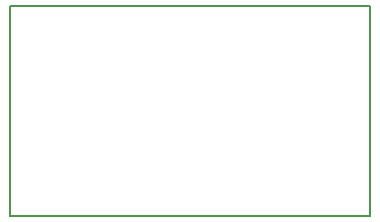
<source format=gbr>
G04 #@! TF.FileFunction,Profile,NP*
%FSLAX46Y46*%
G04 Gerber Fmt 4.6, Leading zero omitted, Abs format (unit mm)*
G04 Created by KiCad (PCBNEW 4.0.7) date 2017 December 25, Monday 22:32:58*
%MOMM*%
%LPD*%
G01*
G04 APERTURE LIST*
%ADD10C,0.100000*%
%ADD11C,0.150000*%
G04 APERTURE END LIST*
D10*
D11*
X118491000Y-113411000D02*
X118491000Y-95631000D01*
X148971000Y-113411000D02*
X118491000Y-113411000D01*
X148971000Y-95631000D02*
X148971000Y-113411000D01*
X118491000Y-95631000D02*
X148971000Y-95631000D01*
M02*

</source>
